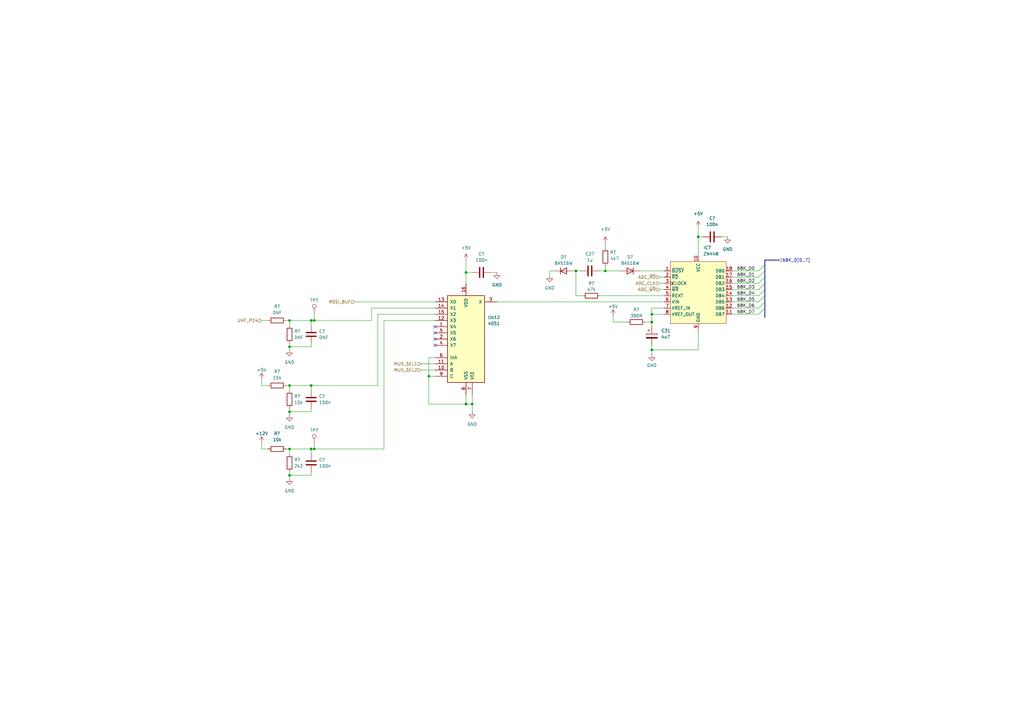
<source format=kicad_sch>
(kicad_sch (version 20211123) (generator eeschema)
  (paper "A3")
  (title_block (title "Datatrak Locator Mk.2 - A/D converter and ADC Mux"))
  (lib_symbols
    (symbol "4xxx:4051" (pin_names (offset 1.016))
      (property "Reference" "U" (at -7.62 19.05 0))
      (property "Value" "4051" (at -7.62 -19.05 0))
      (symbol "4051_1_0"
        (pin passive line (at -12.7 5.08 0) (length 5.08) (name "X4") (number "1"))
        (pin input line (at -12.7 -12.7 0) (length 5.08) (name "B") (number "10"))
        (pin input line (at -12.7 -10.16 0) (length 5.08) (name "A") (number "11"))
        (pin passive line (at -12.7 7.62 0) (length 5.08) (name "X3") (number "12"))
        (pin passive line (at -12.7 15.24 0) (length 5.08) (name "X0") (number "13"))
        (pin passive line (at -12.7 12.7 0) (length 5.08) (name "X1") (number "14"))
        (pin passive line (at -12.7 10.16 0) (length 5.08) (name "X2") (number "15"))
        (pin power_in line (at 0 22.86 270) (length 5.08) (name "VDD") (number "16"))
        (pin passive line (at -12.7 0 0) (length 5.08) (name "X6") (number "2"))
        (pin passive line (at 12.7 15.24 180) (length 5.08) (name "X") (number "3"))
        (pin passive line (at -12.7 -2.54 0) (length 5.08) (name "X7") (number "4"))
        (pin passive line (at -12.7 2.54 0) (length 5.08) (name "X5") (number "5"))
        (pin input line (at -12.7 -7.62 0) (length 5.08) (name "Inh") (number "6"))
        (pin power_in line (at 2.54 -22.86 90) (length 5.08) (name "VEE") (number "7"))
        (pin power_in line (at 0 -22.86 90) (length 5.08) (name "VSS") (number "8"))
        (pin input line (at -12.7 -15.24 0) (length 5.08) (name "C") (number "9"))
      )
      (symbol "4051_1_1"
        (rectangle (start -7.62 17.78) (end 7.62 -17.78) (stroke (width 0.254)) (fill (type background)))
      )
    )
    (symbol "Connector:TestPoint" (pin_numbers hide) (pin_names (offset 0.762) hide)
      (property "Reference" "TP" (at 0 6.858 0))
      (property "Value" "TestPoint" (at 0 5.08 0))
      (symbol "TestPoint_0_1"
        (circle (center 0 3.302) (radius 0.762))
      )
      (symbol "TestPoint_1_1"
        (pin passive line (at 0 0 90) (length 2.54) (name "1") (number "1"))
      )
    )
    (symbol "Device:C" (pin_numbers hide) (pin_names (offset 0.254))
      (property "Reference" "C" (at 0.635 2.54 0))
      (property "Value" "C" (at 0.635 -2.54 0))
      (symbol "C_0_1"
        (polyline (pts (xy -2.032 -0.762) (xy 2.032 -0.762)) (stroke (width 0.508)))
        (polyline (pts (xy -2.032 0.762) (xy 2.032 0.762)) (stroke (width 0.508)))
      )
      (symbol "C_1_1"
        (pin passive line (at 0 3.81 270) (length 2.794) (name "~") (number "1"))
        (pin passive line (at 0 -3.81 90) (length 2.794) (name "~") (number "2"))
      )
    )
    (symbol "Device:C_Polarized" (pin_numbers hide) (pin_names (offset 0.254))
      (property "Reference" "C" (at 0.635 2.54 0))
      (property "Value" "C_Polarized" (at 0.635 -2.54 0))
      (symbol "C_Polarized_0_1"
        (rectangle (start -2.286 0.508) (end 2.286 1.016))
        (polyline (pts (xy -1.778 2.286) (xy -0.762 2.286)))
        (polyline (pts (xy -1.27 2.794) (xy -1.27 1.778)))
        (rectangle (start 2.286 -0.508) (end -2.286 -1.016) (fill (type outline)))
      )
      (symbol "C_Polarized_1_1"
        (pin passive line (at 0 3.81 270) (length 2.794) (name "~") (number "1"))
        (pin passive line (at 0 -3.81 90) (length 2.794) (name "~") (number "2"))
      )
    )
    (symbol "Device:R" (pin_numbers hide) (pin_names (offset 0))
      (property "Reference" "R" (at 2.032 0 90))
      (property "Value" "R" (at 0 0 90))
      (symbol "R_0_1"
        (rectangle (start -1.016 -2.54) (end 1.016 2.54) (stroke (width 0.254)))
      )
      (symbol "R_1_1"
        (pin passive line (at 0 3.81 270) (length 1.27) (name "~") (number "1"))
        (pin passive line (at 0 -3.81 90) (length 1.27) (name "~") (number "2"))
      )
    )
    (symbol "Diode:BAS16W" (pin_numbers hide) (pin_names hide)
      (property "Reference" "D" (at 0 2.54 0))
      (property "Value" "BAS16W" (at 0 -2.54 0))
      (symbol "BAS16W_0_1"
        (polyline (pts (xy -1.27 1.27) (xy -1.27 -1.27)) (stroke (width 0.254)))
        (polyline (pts (xy 1.27 0) (xy -1.27 0)))
        (polyline (pts (xy 1.27 1.27) (xy 1.27 -1.27) (xy -1.27 0) (xy 1.27 1.27)) (stroke (width 0.254)))
      )
      (symbol "BAS16W_1_1"
        (pin passive line (at 3.81 0 180) (length 2.54) (name "A") (number "1"))
        (pin no_connect line (at -1.27 0 0) (length 2.54) hide (name "NC") (number "2"))
        (pin passive line (at -3.81 0 0) (length 2.54) (name "K") (number "3"))
      )
    )
    (symbol "LocatorMk2:ZN448"
      (property "Reference" "U" (at -8.89 13.97 0))
      (property "Value" "ZN448" (at 7.62 13.97 0))
      (symbol "ZN448_0_1"
        (rectangle (start -11.43 12.7) (end 11.43 -12.7) (fill (type background)))
      )
      (symbol "ZN448_1_1"
        (pin output line (at -13.97 8.89 0) (length 2.54) (name "~{BUSY}") (number "1"))
        (pin power_in line (at 0 15.24 270) (length 2.54) (name "VCC") (number "10"))
        (pin tri_state line (at 13.97 -8.89 180) (length 2.54) (name "DB7") (number "11"))
        (pin tri_state line (at 13.97 -6.35 180) (length 2.54) (name "DB6") (number "12"))
        (pin tri_state line (at 13.97 -3.81 180) (length 2.54) (name "DB5") (number "13"))
        (pin tri_state line (at 13.97 -1.27 180) (length 2.54) (name "DB4") (number "14"))
        (pin tri_state line (at 13.97 1.27 180) (length 2.54) (name "DB3") (number "15"))
        (pin tri_state line (at 13.97 3.81 180) (length 2.54) (name "DB2") (number "16"))
        (pin tri_state line (at 13.97 6.35 180) (length 2.54) (name "DB1") (number "17"))
        (pin tri_state line (at 13.97 8.89 180) (length 2.54) (name "DB0") (number "18"))
        (pin input line (at -13.97 6.35 0) (length 2.54) (name "~{RD}") (number "2"))
        (pin input clock (at -13.97 3.81 0) (length 2.54) (name "CLOCK") (number "3"))
        (pin input line (at -13.97 1.27 0) (length 2.54) (name "~{WR}") (number "4"))
        (pin output line (at -13.97 -1.27 0) (length 2.54) (name "REXT") (number "5"))
        (pin input line (at -13.97 -3.81 0) (length 2.54) (name "VIN") (number "6"))
        (pin input line (at -13.97 -6.35 0) (length 2.54) (name "VREF_IN") (number "7"))
        (pin output line (at -13.97 -8.89 0) (length 2.54) (name "VREF_OUT") (number "8"))
        (pin power_in line (at 0 -15.24 90) (length 2.54) (name "GND") (number "9"))
      )
    )
    (symbol "power:+12V" (power) (pin_names (offset 0))
      (property "Value" "+12V" (at 0 3.556 0))
      (symbol "+12V_0_1"
        (polyline (pts (xy -0.762 1.27) (xy 0 2.54)))
        (polyline (pts (xy 0 0) (xy 0 2.54)))
        (polyline (pts (xy 0 2.54) (xy 0.762 1.27)))
      )
      (symbol "+12V_1_1"
        (pin power_in line (at 0 0 90) (length 0) hide (name "+12V") (number "1"))
      )
    )
    (symbol "power:+5V" (power) (pin_names (offset 0))
      (property "Value" "+5V" (at 0 3.556 0))
      (symbol "+5V_0_1"
        (polyline (pts (xy -0.762 1.27) (xy 0 2.54)))
        (polyline (pts (xy 0 0) (xy 0 2.54)))
        (polyline (pts (xy 0 2.54) (xy 0.762 1.27)))
      )
      (symbol "+5V_1_1"
        (pin power_in line (at 0 0 90) (length 0) hide (name "+5V") (number "1"))
      )
    )
    (symbol "power:GND" (power) (pin_names (offset 0))
      (property "Value" "GND" (at 0 -3.81 0))
      (symbol "GND_0_1"
        (polyline (pts (xy 0 0) (xy 0 -1.27) (xy 1.27 -1.27) (xy 0 -2.54) (xy -1.27 -1.27) (xy 0 -1.27)))
      )
      (symbol "GND_1_1"
        (pin power_in line (at 0 0 270) (length 0) hide (name "GND") (number "1"))
      )
    )
  )
  (junction (at 118.745 158.115))
  (junction (at 128.905 184.15))
  (junction (at 127.635 184.15))
  (junction (at 118.745 168.91))
  (junction (at 127.635 158.115))
  (junction (at 236.22 111.125))
  (junction (at 118.745 142.24))
  (junction (at 118.745 131.445))
  (junction (at 286.385 97.155))
  (junction (at 118.745 184.15))
  (junction (at 248.285 111.125))
  (junction (at 267.335 132.08))
  (junction (at 267.335 128.905))
  (junction (at 175.895 154.305))
  (junction (at 191.135 111.76))
  (junction (at 267.335 143.51))
  (junction (at 127.635 131.445))
  (junction (at 128.905 131.445))
  (junction (at 193.675 165.735))
  (junction (at 191.135 165.735))
  (junction (at 118.745 194.945))
  (no_connect (at 178.435 133.985))
  (no_connect (at 178.435 139.065))
  (no_connect (at 178.435 141.605))
  (no_connect (at 178.435 136.525))
  (bus_entry (at 313.69 123.825) (size -2.54 2.54))
  (bus_entry (at 313.69 116.205) (size -2.54 2.54))
  (bus_entry (at 313.69 126.365) (size -2.54 2.54))
  (bus_entry (at 313.69 111.125) (size -2.54 2.54))
  (bus_entry (at 313.69 108.585) (size -2.54 2.54))
  (bus_entry (at 313.69 118.745) (size -2.54 2.54))
  (bus_entry (at 313.69 113.665) (size -2.54 2.54))
  (bus_entry (at 313.69 121.285) (size -2.54 2.54))
  (wire (pts (xy 118.745 140.97) (xy 118.745 142.24)))
  (bus (pts (xy 313.69 118.745) (xy 313.69 116.205)))
  (bus (pts (xy 313.69 126.365) (xy 313.69 123.825)))
  (wire (pts (xy 267.335 126.365) (xy 267.335 128.905)))
  (bus (pts (xy 313.69 108.585) (xy 313.69 106.68)))
  (wire (pts (xy 128.905 184.15) (xy 157.48 184.15)))
  (wire (pts (xy 175.895 165.735) (xy 175.895 154.305)))
  (wire (pts (xy 118.745 158.115) (xy 118.745 160.02)))
  (wire (pts (xy 127.635 140.97) (xy 127.635 142.24)))
  (wire (pts (xy 300.355 128.905) (xy 311.15 128.905)))
  (wire (pts (xy 152.4 131.445) (xy 152.4 126.365)))
  (wire (pts (xy 267.335 132.08) (xy 267.335 128.905)))
  (wire (pts (xy 246.38 121.285) (xy 272.415 121.285)))
  (wire (pts (xy 300.355 118.745) (xy 311.15 118.745)))
  (wire (pts (xy 118.745 168.91) (xy 118.745 170.18)))
  (wire (pts (xy 152.4 126.365) (xy 178.435 126.365)))
  (bus (pts (xy 313.69 130.175) (xy 313.69 126.365)))
  (bus (pts (xy 313.69 113.665) (xy 313.69 111.125)))
  (wire (pts (xy 118.745 194.945) (xy 127.635 194.945)))
  (wire (pts (xy 118.745 131.445) (xy 118.745 133.35)))
  (wire (pts (xy 245.745 111.125) (xy 248.285 111.125)))
  (wire (pts (xy 193.675 161.925) (xy 193.675 165.735)))
  (wire (pts (xy 175.895 146.685) (xy 178.435 146.685)))
  (wire (pts (xy 175.895 154.305) (xy 175.895 146.685)))
  (wire (pts (xy 118.745 168.91) (xy 127.635 168.91)))
  (wire (pts (xy 300.355 123.825) (xy 311.15 123.825)))
  (wire (pts (xy 128.905 131.445) (xy 152.4 131.445)))
  (wire (pts (xy 193.675 165.735) (xy 193.675 168.91)))
  (wire (pts (xy 300.355 121.285) (xy 311.15 121.285)))
  (wire (pts (xy 286.385 93.345) (xy 286.385 97.155)))
  (wire (pts (xy 118.745 193.675) (xy 118.745 194.945)))
  (wire (pts (xy 248.285 99.695) (xy 248.285 101.6)))
  (wire (pts (xy 107.315 131.445) (xy 109.855 131.445)))
  (wire (pts (xy 267.335 143.51) (xy 267.335 145.415)))
  (wire (pts (xy 127.635 184.15) (xy 128.905 184.15)))
  (wire (pts (xy 127.635 158.115) (xy 154.94 158.115)))
  (wire (pts (xy 127.635 184.15) (xy 127.635 186.055)))
  (wire (pts (xy 191.135 111.76) (xy 191.135 116.205)))
  (wire (pts (xy 248.285 109.22) (xy 248.285 111.125)))
  (bus (pts (xy 313.69 106.68) (xy 319.405 106.68)))
  (wire (pts (xy 118.745 131.445) (xy 127.635 131.445)))
  (wire (pts (xy 128.905 182.245) (xy 128.905 184.15)))
  (wire (pts (xy 118.745 194.945) (xy 118.745 196.215)))
  (wire (pts (xy 127.635 131.445) (xy 128.905 131.445)))
  (wire (pts (xy 118.745 167.64) (xy 118.745 168.91)))
  (wire (pts (xy 225.425 111.125) (xy 225.425 113.03)))
  (wire (pts (xy 295.91 97.155) (xy 298.45 97.155)))
  (wire (pts (xy 286.385 143.51) (xy 286.385 135.255)))
  (bus (pts (xy 313.69 116.205) (xy 313.69 113.665)))
  (wire (pts (xy 270.51 118.745) (xy 272.415 118.745)))
  (wire (pts (xy 109.855 158.115) (xy 107.315 158.115)))
  (wire (pts (xy 267.335 128.905) (xy 272.415 128.905)))
  (wire (pts (xy 117.475 158.115) (xy 118.745 158.115)))
  (wire (pts (xy 127.635 131.445) (xy 127.635 133.35)))
  (wire (pts (xy 107.315 158.115) (xy 107.315 155.575)))
  (wire (pts (xy 267.335 133.985) (xy 267.335 132.08)))
  (wire (pts (xy 300.355 111.125) (xy 311.15 111.125)))
  (bus (pts (xy 313.69 123.825) (xy 313.69 121.285)))
  (wire (pts (xy 236.22 121.285) (xy 236.22 111.125)))
  (wire (pts (xy 264.795 132.08) (xy 267.335 132.08)))
  (wire (pts (xy 286.385 97.155) (xy 286.385 104.775)))
  (wire (pts (xy 157.48 184.15) (xy 157.48 131.445)))
  (wire (pts (xy 251.46 129.54) (xy 251.46 132.08)))
  (wire (pts (xy 191.135 111.76) (xy 193.675 111.76)))
  (wire (pts (xy 267.335 143.51) (xy 286.385 143.51)))
  (bus (pts (xy 313.69 121.285) (xy 313.69 118.745)))
  (wire (pts (xy 128.905 128.905) (xy 128.905 131.445)))
  (wire (pts (xy 234.95 111.125) (xy 236.22 111.125)))
  (wire (pts (xy 118.745 158.115) (xy 127.635 158.115)))
  (wire (pts (xy 193.675 165.735) (xy 191.135 165.735)))
  (wire (pts (xy 203.835 123.825) (xy 272.415 123.825)))
  (wire (pts (xy 300.355 113.665) (xy 311.15 113.665)))
  (wire (pts (xy 109.855 184.15) (xy 107.315 184.15)))
  (wire (pts (xy 300.355 116.205) (xy 311.15 116.205)))
  (wire (pts (xy 201.295 111.76) (xy 203.835 111.76)))
  (wire (pts (xy 172.72 151.765) (xy 178.435 151.765)))
  (wire (pts (xy 154.94 158.115) (xy 154.94 128.905)))
  (wire (pts (xy 300.355 126.365) (xy 311.15 126.365)))
  (wire (pts (xy 172.72 149.225) (xy 178.435 149.225)))
  (wire (pts (xy 118.745 142.24) (xy 127.635 142.24)))
  (bus (pts (xy 313.69 111.125) (xy 313.69 108.585)))
  (wire (pts (xy 175.895 154.305) (xy 178.435 154.305)))
  (wire (pts (xy 157.48 131.445) (xy 178.435 131.445)))
  (wire (pts (xy 127.635 167.64) (xy 127.635 168.91)))
  (wire (pts (xy 251.46 132.08) (xy 257.175 132.08)))
  (wire (pts (xy 127.635 158.115) (xy 127.635 160.02)))
  (wire (pts (xy 238.76 121.285) (xy 236.22 121.285)))
  (wire (pts (xy 286.385 97.155) (xy 288.29 97.155)))
  (wire (pts (xy 270.51 116.205) (xy 272.415 116.205)))
  (wire (pts (xy 236.22 111.125) (xy 238.125 111.125)))
  (wire (pts (xy 145.415 123.825) (xy 178.435 123.825)))
  (wire (pts (xy 118.745 184.15) (xy 118.745 186.055)))
  (wire (pts (xy 191.135 165.735) (xy 175.895 165.735)))
  (wire (pts (xy 117.475 131.445) (xy 118.745 131.445)))
  (wire (pts (xy 118.745 184.15) (xy 127.635 184.15)))
  (wire (pts (xy 270.51 113.665) (xy 272.415 113.665)))
  (wire (pts (xy 262.255 111.125) (xy 272.415 111.125)))
  (wire (pts (xy 248.285 111.125) (xy 254.635 111.125)))
  (wire (pts (xy 191.135 106.68) (xy 191.135 111.76)))
  (wire (pts (xy 227.33 111.125) (xy 225.425 111.125)))
  (wire (pts (xy 107.315 184.15) (xy 107.315 181.61)))
  (wire (pts (xy 272.415 126.365) (xy 267.335 126.365)))
  (wire (pts (xy 127.635 193.675) (xy 127.635 194.945)))
  (wire (pts (xy 118.745 142.24) (xy 118.745 143.51)))
  (wire (pts (xy 267.335 141.605) (xy 267.335 143.51)))
  (wire (pts (xy 191.135 165.735) (xy 191.135 161.925)))
  (wire (pts (xy 117.475 184.15) (xy 118.745 184.15)))
  (wire (pts (xy 154.94 128.905) (xy 178.435 128.905)))
  (label "68K_D4" (at 302.26 121.285 0))
  (label "68K_D6" (at 302.26 126.365 0))
  (label "68K_D2" (at 302.26 116.205 0))
  (label "68K_D1" (at 302.26 113.665 0))
  (label "68K_D7" (at 302.26 128.905 0))
  (label "68K_D5" (at 302.26 123.825 0))
  (label "68K_D3" (at 302.26 118.745 0))
  (label "68K_D0" (at 302.26 111.125 0))
  (hierarchical_label "RSSI_BUF" (shape input) (at 145.415 123.825 180))
  (hierarchical_label "MUX_SEL2" (shape input) (at 172.72 151.765 180))
  (hierarchical_label "UHF_P14" (shape input) (at 107.315 131.445 180))
  (hierarchical_label "ADC_~{RD}" (shape input) (at 270.51 113.665 180))
  (hierarchical_label "MUX_SEL1" (shape input) (at 172.72 149.225 180))
  (hierarchical_label "ADC_CLK" (shape input) (at 270.51 116.205 180))
  (hierarchical_label "68K_D[0..7]" (shape input) (at 319.405 106.68 0))
  (hierarchical_label "ADC_~{WR}" (shape input) (at 270.51 118.745 180))
  (symbol (lib_id "power:GND") (at 225.425 113.03 0) (unit 1)
    (property "Reference" "#PWR0140" (effects hide))
    (property "Value" "GND" (at 225.425 118.11 0))
  )
  (symbol (lib_id "Device:R") (at 242.57 121.285 90) (unit 1)
    (property "Reference" "R?" (at 242.57 116.205 90))
    (property "Value" "47k" (at 242.57 118.745 90))
  )
  (symbol (lib_id "4xxx:4051") (at 191.135 139.065 0) (unit 1)
    (property "Reference" "Ub12" (at 202.565 130.175 0))
    (property "Value" "4051" (at 202.565 132.715 0))
    (property "Datasheet" "http://www.intersil.com/content/dam/Intersil/documents/cd40/cd4051bms-52bms-53bms.pdf" (effects hide))
  )
  (symbol (lib_id "Connector:TestPoint") (at 128.905 182.245 0) (unit 1)
    (property "Reference" "TP?" (at 128.905 176.53 0))
    (property "Value" "TestPoint" (effects hide))
  )
  (symbol (lib_id "LocatorMk2:ZN448") (at 286.385 120.015 0) (unit 1)
    (property "Reference" "IC7" (at 288.4044 101.6 0) (effects (justify left)))
    (property "Value" "ZN448" (at 288.4044 104.14 0) (effects (justify left)))
  )
  (symbol (lib_id "Device:C") (at 292.1 97.155 90) (unit 1)
    (property "Reference" "C?" (at 292.1 89.535 90))
    (property "Value" "100n" (at 292.1 92.075 90))
  )
  (symbol (lib_id "power:+12V") (at 107.315 181.61 0) (unit 1)
    (property "Reference" "#PWR0131" (effects hide))
    (property "Value" "+12V" (at 107.315 177.8 0))
  )
  (symbol (lib_id "power:+5V") (at 191.135 106.68 0) (unit 1)
    (property "Reference" "#PWR0134" (effects hide))
    (property "Value" "+5V" (at 191.135 101.6 0))
  )
  (symbol (lib_id "Connector:TestPoint") (at 128.905 128.905 0) (unit 1)
    (property "Reference" "TP?" (at 128.905 123.19 0))
    (property "Value" "TestPoint" (effects hide))
  )
  (symbol (lib_id "Device:R") (at 113.665 158.115 90) (unit 1)
    (property "Reference" "R?" (at 113.665 152.4 90))
    (property "Value" "15k" (at 113.665 154.94 90))
  )
  (symbol (lib_id "Device:C") (at 127.635 163.83 0) (unit 1)
    (property "Reference" "C?" (at 130.81 162.5599 0) (effects (justify left)))
    (property "Value" "100n" (at 130.81 165.0999 0) (effects (justify left)))
  )
  (symbol (lib_id "Diode:BAS16W") (at 231.14 111.125 0) (unit 1)
    (property "Reference" "D?" (at 231.14 105.41 0))
    (property "Value" "BAS16W" (at 231.14 107.95 0))
    (property "Footprint" "Package_TO_SOT_SMD:SOT-323_SC-70" (effects hide))
    (property "Datasheet" "https://assets.nexperia.com/documents/data-sheet/BAS16_SER.pdf" (effects hide))
  )
  (symbol (lib_id "power:+5V") (at 286.385 93.345 0) (unit 1)
    (property "Reference" "#PWR0136" (effects hide))
    (property "Value" "+5V" (at 286.385 87.63 0))
  )
  (symbol (lib_id "Device:R") (at 113.665 184.15 90) (unit 1)
    (property "Reference" "R?" (at 113.665 177.8 90))
    (property "Value" "10k" (at 113.665 180.34 90))
  )
  (symbol (lib_id "Device:C") (at 241.935 111.125 90) (unit 1)
    (property "Reference" "C27" (at 241.935 104.14 90))
    (property "Value" "1u" (at 241.935 106.68 90))
  )
  (symbol (lib_id "Device:R") (at 113.665 131.445 90) (unit 1)
    (property "Reference" "R?" (at 113.665 125.73 90))
    (property "Value" "DNF" (at 113.665 128.27 90))
  )
  (symbol (lib_id "Device:R") (at 248.285 105.41 0) (unit 1)
    (property "Reference" "R?" (at 251.46 103.505 0))
    (property "Value" "4k7" (at 252.095 106.045 0))
  )
  (symbol (lib_id "power:+5V") (at 251.46 129.54 0) (unit 1)
    (property "Reference" "#PWR0139" (effects hide))
    (property "Value" "+5V" (at 251.46 125.73 0))
  )
  (symbol (lib_id "power:GND") (at 118.745 143.51 0) (unit 1)
    (property "Reference" "#PWR0128" (effects hide))
    (property "Value" "GND" (at 118.745 148.59 0))
  )
  (symbol (lib_id "Device:R") (at 118.745 163.83 180) (unit 1)
    (property "Reference" "R?" (at 120.65 162.5599 0) (effects (justify right)))
    (property "Value" "10k" (at 120.65 165.0999 0) (effects (justify right)))
  )
  (symbol (lib_id "power:GND") (at 203.835 111.76 0) (unit 1)
    (property "Reference" "#PWR0133" (effects hide))
    (property "Value" "GND" (at 203.835 116.84 0))
  )
  (symbol (lib_id "Device:R") (at 260.985 132.08 270) (unit 1)
    (property "Reference" "R?" (at 260.985 127 90))
    (property "Value" "390R" (at 260.985 129.54 90))
  )
  (symbol (lib_id "power:GND") (at 118.745 196.215 0) (unit 1)
    (property "Reference" "#PWR0132" (effects hide))
    (property "Value" "GND" (at 118.745 201.295 0))
  )
  (symbol (lib_id "Diode:BAS16W") (at 258.445 111.125 180) (unit 1)
    (property "Reference" "D?" (at 258.445 105.41 0))
    (property "Value" "BAS16W" (at 258.445 107.95 0))
    (property "Footprint" "Package_TO_SOT_SMD:SOT-323_SC-70" (effects hide))
    (property "Datasheet" "https://assets.nexperia.com/documents/data-sheet/BAS16_SER.pdf" (effects hide))
  )
  (symbol (lib_id "Device:R") (at 118.745 189.865 180) (unit 1)
    (property "Reference" "R?" (at 120.65 188.5949 0) (effects (justify right)))
    (property "Value" "2k2" (at 120.65 191.1349 0) (effects (justify right)))
  )
  (symbol (lib_id "power:GND") (at 298.45 97.155 0) (unit 1)
    (property "Reference" "#PWR0137" (effects hide))
    (property "Value" "GND" (at 298.45 102.235 0))
  )
  (symbol (lib_id "Device:C") (at 127.635 137.16 0) (unit 1)
    (property "Reference" "C?" (at 130.81 135.8899 0) (effects (justify left)))
    (property "Value" "DNF" (at 130.81 138.4299 0) (effects (justify left)))
  )
  (symbol (lib_id "Device:C") (at 197.485 111.76 90) (unit 1)
    (property "Reference" "C?" (at 197.485 104.14 90))
    (property "Value" "100n" (at 197.485 106.68 90))
  )
  (symbol (lib_id "power:GND") (at 267.335 145.415 0) (unit 1)
    (property "Reference" "#PWR0138" (effects hide))
    (property "Value" "GND" (at 267.335 149.86 0))
  )
  (symbol (lib_id "power:+5V") (at 107.315 155.575 0) (unit 1)
    (property "Reference" "#PWR0129" (effects hide))
    (property "Value" "+5V" (at 107.315 151.765 0))
  )
  (symbol (lib_id "Device:C") (at 127.635 189.865 0) (unit 1)
    (property "Reference" "C?" (at 130.81 188.5949 0) (effects (justify left)))
    (property "Value" "100n" (at 130.81 191.1349 0) (effects (justify left)))
  )
  (symbol (lib_id "power:GND") (at 193.675 168.91 0) (unit 1)
    (property "Reference" "#PWR0135" (effects hide))
    (property "Value" "GND" (at 193.675 173.99 0))
  )
  (symbol (lib_id "power:GND") (at 118.745 170.18 0) (unit 1)
    (property "Reference" "#PWR0130" (effects hide))
    (property "Value" "GND" (at 118.745 175.26 0))
  )
  (symbol (lib_id "power:+5V") (at 248.285 99.695 0) (unit 1)
    (property "Reference" "#PWR0141" (effects hide))
    (property "Value" "+5V" (at 248.285 93.98 0))
  )
  (symbol (lib_id "Device:C_Polarized") (at 267.335 137.795 0) (unit 1)
    (property "Reference" "C31" (at 271.145 135.6359 0) (effects (justify left)))
    (property "Value" "4u7" (at 271.145 138.1759 0) (effects (justify left)))
  )
  (symbol (lib_id "Device:R") (at 118.745 137.16 180) (unit 1)
    (property "Reference" "R?" (at 120.65 135.8899 0) (effects (justify right)))
    (property "Value" "DNF" (at 120.65 138.4299 0) (effects (justify right)))
  )
)
</source>
